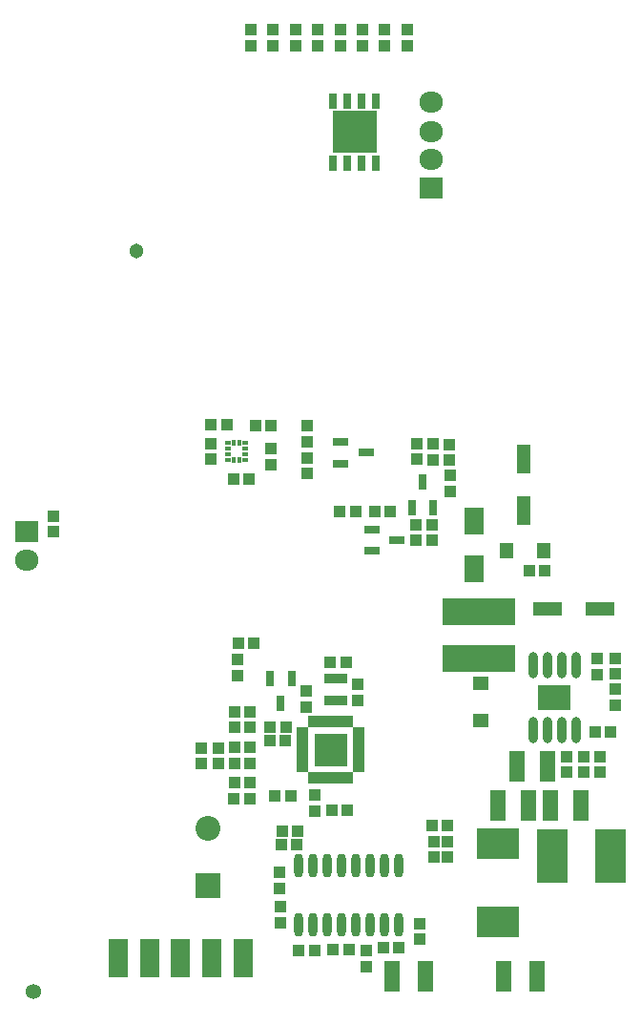
<source format=gts>
G04*
G04 #@! TF.GenerationSoftware,Altium Limited,Altium Designer,21.0.8 (223)*
G04*
G04 Layer_Color=8388736*
%FSTAX24Y24*%
%MOIN*%
G70*
G04*
G04 #@! TF.SameCoordinates,D94166DE-144D-4B7D-845D-6ED18FE10B1D*
G04*
G04*
G04 #@! TF.FilePolarity,Negative*
G04*
G01*
G75*
%ADD50R,0.0552X0.1104*%
%ADD51R,0.1064X0.1891*%
%ADD52R,0.0434X0.0395*%
%ADD53R,0.0474X0.0552*%
%ADD54R,0.0395X0.0434*%
%ADD55R,0.0671X0.0946*%
%ADD56R,0.1025X0.0474*%
%ADD57O,0.0316X0.0828*%
%ADD58R,0.0178X0.0188*%
%ADD59R,0.0188X0.0178*%
%ADD60R,0.0680X0.1340*%
%ADD61R,0.1458X0.1064*%
%ADD62R,0.0552X0.1064*%
%ADD63R,0.2560X0.0926*%
%ADD64R,0.1143X0.0907*%
%ADD65O,0.0316X0.0926*%
%ADD66R,0.1143X0.1143*%
%ADD67R,0.0200X0.0405*%
%ADD68R,0.0405X0.0200*%
%ADD69R,0.0389X0.0370*%
%ADD70R,0.0281X0.0517*%
%ADD71R,0.1537X0.1497*%
%ADD72R,0.0533X0.0316*%
%ADD73R,0.0474X0.1025*%
%ADD74R,0.0316X0.0533*%
%ADD75R,0.0552X0.0474*%
%ADD76C,0.0513*%
%ADD77O,0.0830X0.0730*%
%ADD78R,0.0830X0.0730*%
%ADD79R,0.0867X0.0867*%
%ADD80C,0.0867*%
%ADD81C,0.0534*%
D50*
X07922Y037322D02*
D03*
X080283D02*
D03*
X077392D02*
D03*
X078455D02*
D03*
X078054Y038705D02*
D03*
X079117D02*
D03*
D51*
X079283Y035543D02*
D03*
X08133D02*
D03*
D52*
X06829Y04187D02*
D03*
Y042421D02*
D03*
X075637Y036061D02*
D03*
Y035509D02*
D03*
X075145Y035509D02*
D03*
Y036061D02*
D03*
X073444Y064409D02*
D03*
Y063858D02*
D03*
X07572Y048297D02*
D03*
Y048848D02*
D03*
X075698Y049931D02*
D03*
Y049379D02*
D03*
X072779Y031704D02*
D03*
Y032255D02*
D03*
X069446Y049232D02*
D03*
Y049783D02*
D03*
X075137Y049393D02*
D03*
Y049944D02*
D03*
X079785Y039027D02*
D03*
Y038476D02*
D03*
X061861Y046881D02*
D03*
Y047433D02*
D03*
X070731Y049469D02*
D03*
Y048918D02*
D03*
X069783Y033227D02*
D03*
Y033778D02*
D03*
X071881Y063858D02*
D03*
Y064409D02*
D03*
X074222Y063858D02*
D03*
Y064409D02*
D03*
X071097Y063858D02*
D03*
Y064409D02*
D03*
X07266Y063858D02*
D03*
Y064409D02*
D03*
X070319Y063858D02*
D03*
Y064409D02*
D03*
X069747Y034425D02*
D03*
Y034976D02*
D03*
X074672Y033204D02*
D03*
Y032653D02*
D03*
X068756Y063858D02*
D03*
Y064409D02*
D03*
X069535Y063858D02*
D03*
Y064409D02*
D03*
X067023Y038778D02*
D03*
Y039329D02*
D03*
X067613Y039339D02*
D03*
Y038788D02*
D03*
X070995Y037128D02*
D03*
Y037679D02*
D03*
X070684Y040768D02*
D03*
Y041319D02*
D03*
X072495Y040992D02*
D03*
Y041543D02*
D03*
X070731Y050027D02*
D03*
Y050578D02*
D03*
X074576Y04997D02*
D03*
Y049419D02*
D03*
X080859Y041905D02*
D03*
Y042456D02*
D03*
X081499Y041917D02*
D03*
Y042468D02*
D03*
X081499Y040835D02*
D03*
Y041386D02*
D03*
X067363Y04996D02*
D03*
Y049409D02*
D03*
D53*
X079Y04622D02*
D03*
X077699D02*
D03*
D54*
X075078Y03661D02*
D03*
X075629D02*
D03*
X079035Y045525D02*
D03*
X078483D02*
D03*
X081342Y039896D02*
D03*
X08079D02*
D03*
X072414Y0476D02*
D03*
X071863D02*
D03*
X074542Y047108D02*
D03*
X075094D02*
D03*
X080406Y038491D02*
D03*
X080958D02*
D03*
X071641Y032279D02*
D03*
X072192D02*
D03*
X07016Y037669D02*
D03*
X069609D02*
D03*
X06873Y038123D02*
D03*
X068179D02*
D03*
X073631Y047592D02*
D03*
X07308D02*
D03*
X068723Y037551D02*
D03*
X068172D02*
D03*
X068865Y042988D02*
D03*
X068314D02*
D03*
X072129Y037165D02*
D03*
X071578D02*
D03*
X073381Y032346D02*
D03*
X073932D02*
D03*
X080958Y039027D02*
D03*
X080406D02*
D03*
X070397Y03644D02*
D03*
X069846D02*
D03*
X069814Y035952D02*
D03*
X070365D02*
D03*
X070995Y032255D02*
D03*
X070444D02*
D03*
X068151Y048724D02*
D03*
X068702D02*
D03*
X071538Y042326D02*
D03*
X07209D02*
D03*
X069425Y039582D02*
D03*
X069976D02*
D03*
X068178Y040043D02*
D03*
X068729D02*
D03*
X069979Y040055D02*
D03*
X069428D02*
D03*
X068178Y039353D02*
D03*
X068729D02*
D03*
X068179Y038779D02*
D03*
X06873D02*
D03*
X075094Y04658D02*
D03*
X074542D02*
D03*
X068913Y050604D02*
D03*
X069464D02*
D03*
X067363Y050614D02*
D03*
X067914D02*
D03*
X068731Y040598D02*
D03*
X06818D02*
D03*
D55*
X076568Y04559D02*
D03*
Y047244D02*
D03*
D56*
X080948Y0442D02*
D03*
X079137D02*
D03*
D57*
X073937Y035215D02*
D03*
X073437D02*
D03*
X072937D02*
D03*
X072437D02*
D03*
X071937D02*
D03*
X071437D02*
D03*
X070937D02*
D03*
X070437D02*
D03*
X073937Y033168D02*
D03*
X073437D02*
D03*
X072937D02*
D03*
X072437D02*
D03*
X071937D02*
D03*
X071437D02*
D03*
X070937D02*
D03*
X070437D02*
D03*
D58*
X068366Y049394D02*
D03*
X06817D02*
D03*
Y049994D02*
D03*
X068366D02*
D03*
D59*
X067968Y049398D02*
D03*
Y049595D02*
D03*
Y049792D02*
D03*
Y049989D02*
D03*
X068568D02*
D03*
Y049792D02*
D03*
Y049595D02*
D03*
Y049398D02*
D03*
D60*
X068485Y031993D02*
D03*
X067394D02*
D03*
X066303D02*
D03*
X065213D02*
D03*
X064122D02*
D03*
D61*
X077381Y033251D02*
D03*
Y036007D02*
D03*
D62*
X074874Y031363D02*
D03*
X073693D02*
D03*
X078764D02*
D03*
X077583D02*
D03*
D63*
X076712Y042467D02*
D03*
Y0441D02*
D03*
D64*
X079367Y041085D02*
D03*
D65*
X078618Y039953D02*
D03*
X079117D02*
D03*
X079618D02*
D03*
X080118D02*
D03*
X078618Y042216D02*
D03*
X079117D02*
D03*
X079618D02*
D03*
X080118D02*
D03*
D66*
X071547Y039271D02*
D03*
D67*
X070857Y040255D02*
D03*
X071054D02*
D03*
X071251D02*
D03*
X071448D02*
D03*
X071645D02*
D03*
X071841D02*
D03*
X072038D02*
D03*
X072235D02*
D03*
Y038287D02*
D03*
X072038D02*
D03*
X071841D02*
D03*
X071645D02*
D03*
X071448D02*
D03*
X071251D02*
D03*
X071054D02*
D03*
X070857D02*
D03*
D68*
X072531Y03996D02*
D03*
Y039763D02*
D03*
Y039566D02*
D03*
Y03937D02*
D03*
Y039173D02*
D03*
Y038976D02*
D03*
Y038779D02*
D03*
Y038582D02*
D03*
X070562D02*
D03*
Y038779D02*
D03*
Y038976D02*
D03*
Y039173D02*
D03*
Y03937D02*
D03*
Y039566D02*
D03*
Y039763D02*
D03*
Y03996D02*
D03*
D69*
X071936Y040983D02*
D03*
Y041751D02*
D03*
X071542D02*
D03*
Y040983D02*
D03*
D70*
X073143Y059761D02*
D03*
X072643D02*
D03*
X072143D02*
D03*
X071643D02*
D03*
X072643Y061927D02*
D03*
X073143D02*
D03*
X072143D02*
D03*
X071643D02*
D03*
D71*
X072393Y060844D02*
D03*
D72*
X073871Y046592D02*
D03*
X072985Y046218D02*
D03*
Y046966D02*
D03*
X072783Y049643D02*
D03*
X071897Y049269D02*
D03*
Y050017D02*
D03*
D73*
X078288Y049421D02*
D03*
Y04761D02*
D03*
D74*
X069806Y040887D02*
D03*
X069432Y041773D02*
D03*
X07018D02*
D03*
X074765Y048625D02*
D03*
X075139Y04774D02*
D03*
X074391D02*
D03*
D75*
X076798Y041585D02*
D03*
Y040284D02*
D03*
D76*
X064751Y056692D02*
D03*
D77*
X060943Y045878D02*
D03*
X075062Y060871D02*
D03*
Y059891D02*
D03*
Y061881D02*
D03*
D78*
X060943Y046888D02*
D03*
X075062Y058881D02*
D03*
D79*
X067273Y034513D02*
D03*
D80*
Y036513D02*
D03*
D81*
X061157Y03081D02*
D03*
M02*

</source>
